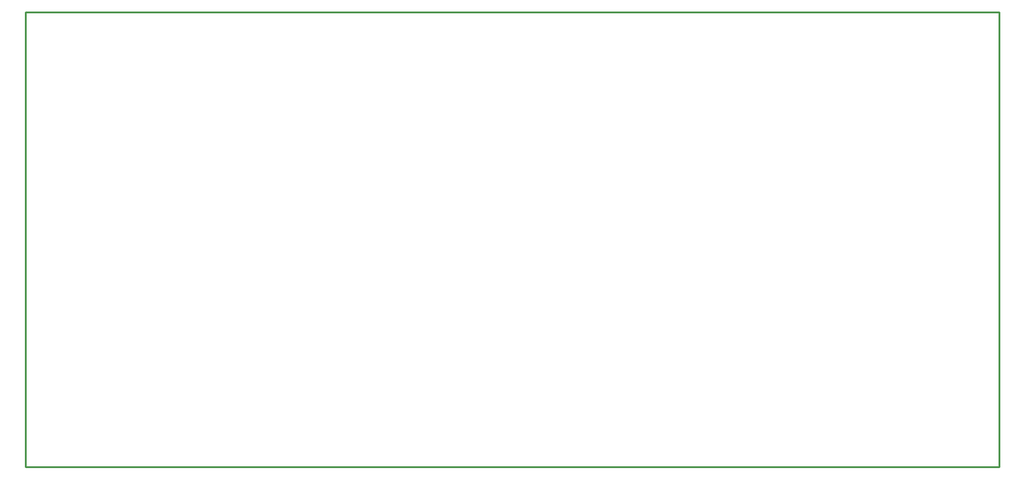
<source format=gbr>
G04 EAGLE Gerber X2 export*
%TF.Part,Single*%
%TF.FileFunction,Profile,NP*%
%TF.FilePolarity,Positive*%
%TF.GenerationSoftware,Autodesk,EAGLE,8.7.1*%
%TF.CreationDate,2018-04-20T19:54:14Z*%
G75*
%MOMM*%
%FSLAX34Y34*%
%LPD*%
%AMOC8*
5,1,8,0,0,1.08239X$1,22.5*%
G01*
%ADD10C,0.254000*%


D10*
X241300Y0D02*
X1600200Y0D01*
X1600200Y635000D01*
X241300Y635000D01*
X241300Y0D01*
M02*

</source>
